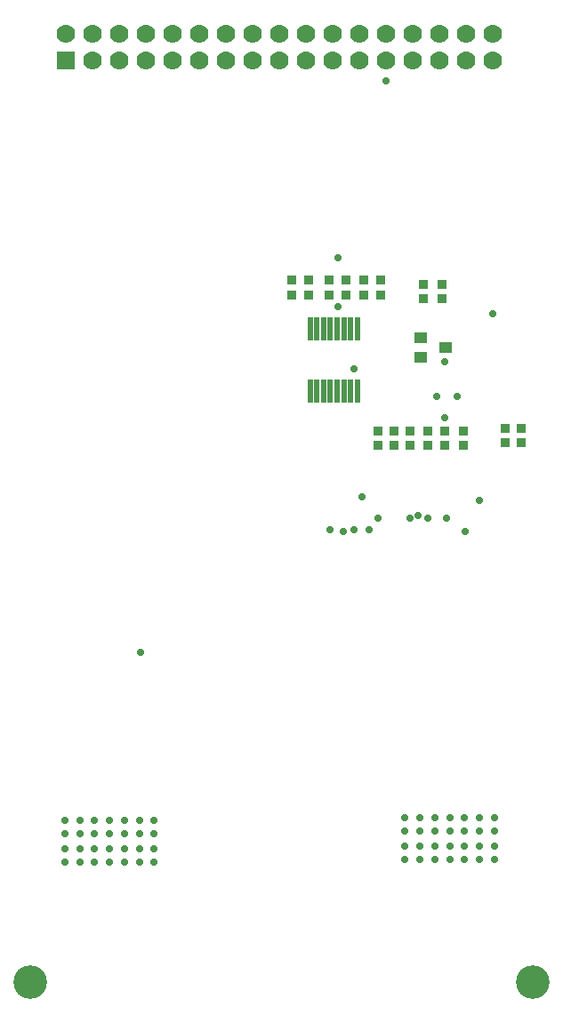
<source format=gbs>
G04 Layer_Color=16711935*
%FSLAX25Y25*%
%MOIN*%
G70*
G01*
G75*
%ADD28C,0.12611*%
%ADD29C,0.07000*%
%ADD30R,0.07000X0.07000*%
%ADD31C,0.02768*%
%ADD32R,0.01981X0.08674*%
%ADD33R,0.01981X0.08674*%
%ADD34R,0.03800X0.03800*%
%ADD35R,0.04540X0.04343*%
%ADD36R,0.04540X0.04343*%
D28*
X-201484Y10079D02*
D03*
X-12992D02*
D03*
D29*
X-28228Y355748D02*
D03*
X-98228D02*
D03*
Y365748D02*
D03*
X-168228D02*
D03*
X-188228D02*
D03*
X-148228Y355748D02*
D03*
X-128228Y365748D02*
D03*
Y355748D02*
D03*
X-158228Y365748D02*
D03*
Y355748D02*
D03*
X-178228D02*
D03*
Y365748D02*
D03*
X-148228D02*
D03*
X-138228Y355748D02*
D03*
Y365748D02*
D03*
X-118228Y355748D02*
D03*
Y365748D02*
D03*
X-108228Y355748D02*
D03*
Y365748D02*
D03*
X-88228Y355748D02*
D03*
Y365748D02*
D03*
X-78228Y355748D02*
D03*
Y365748D02*
D03*
X-68228Y355748D02*
D03*
Y365748D02*
D03*
X-58228Y355748D02*
D03*
Y365748D02*
D03*
X-48228Y355748D02*
D03*
Y365748D02*
D03*
X-38228Y355748D02*
D03*
Y365748D02*
D03*
X-168228Y355748D02*
D03*
X-28228Y365748D02*
D03*
D30*
X-188228Y355748D02*
D03*
D31*
X-188500Y65500D02*
D03*
Y60000D02*
D03*
X-160583Y55000D02*
D03*
X-166167D02*
D03*
X-171750D02*
D03*
X-177333D02*
D03*
X-182917D02*
D03*
X-171750Y70500D02*
D03*
X-188500D02*
D03*
X-160583D02*
D03*
X-155000D02*
D03*
X-166167D02*
D03*
X-177333D02*
D03*
X-182917D02*
D03*
Y65500D02*
D03*
X-177333D02*
D03*
X-166167D02*
D03*
X-155000D02*
D03*
X-160583D02*
D03*
X-171750D02*
D03*
X-182917Y60000D02*
D03*
X-177333D02*
D03*
X-166167D02*
D03*
X-155000D02*
D03*
X-160583D02*
D03*
X-171750D02*
D03*
X-155000Y55000D02*
D03*
X-188500D02*
D03*
X-44250Y56000D02*
D03*
X-61000D02*
D03*
X-33083D02*
D03*
X-27500D02*
D03*
X-38667D02*
D03*
X-49833D02*
D03*
X-55417D02*
D03*
X-44250Y61000D02*
D03*
X-61000D02*
D03*
X-33083D02*
D03*
X-27500D02*
D03*
X-38667D02*
D03*
X-49833D02*
D03*
X-55417D02*
D03*
X-44250Y66500D02*
D03*
X-61000D02*
D03*
X-33083D02*
D03*
X-27500D02*
D03*
X-38667D02*
D03*
X-49833D02*
D03*
X-55417D02*
D03*
Y71500D02*
D03*
X-49833D02*
D03*
X-38667D02*
D03*
X-27500D02*
D03*
X-33083D02*
D03*
X-61000D02*
D03*
X-44250D02*
D03*
X-46000Y242500D02*
D03*
Y221500D02*
D03*
X-86253Y263253D02*
D03*
X-80000Y240000D02*
D03*
X-49000Y229500D02*
D03*
X-86000Y281500D02*
D03*
X-84000Y179000D02*
D03*
X-41500Y229500D02*
D03*
X-56000Y185000D02*
D03*
X-160000Y133500D02*
D03*
X-74500Y179500D02*
D03*
X-77000Y192000D02*
D03*
X-80000Y179500D02*
D03*
X-89000D02*
D03*
X-45500Y184000D02*
D03*
X-59000D02*
D03*
X-71000D02*
D03*
X-52500D02*
D03*
X-38500Y179000D02*
D03*
X-28000Y260500D02*
D03*
X-33000Y190500D02*
D03*
X-68000Y348000D02*
D03*
D32*
X-78874Y231500D02*
D03*
D33*
X-91532D02*
D03*
X-94063D02*
D03*
X-96595D02*
D03*
X-78874Y255122D02*
D03*
X-81406D02*
D03*
X-83937D02*
D03*
X-86469D02*
D03*
X-89000D02*
D03*
X-91532D02*
D03*
X-94063D02*
D03*
X-96595D02*
D03*
X-81406Y231500D02*
D03*
X-83937D02*
D03*
X-86469D02*
D03*
X-89000D02*
D03*
D34*
X-103500Y273200D02*
D03*
X-103494Y267750D02*
D03*
X-69997Y267800D02*
D03*
X-70004Y273250D02*
D03*
X-54000Y266300D02*
D03*
X-54006Y271750D02*
D03*
X-47000Y271700D02*
D03*
X-46994Y266250D02*
D03*
X-65000Y216700D02*
D03*
X-64994Y211250D02*
D03*
X-52500Y216700D02*
D03*
X-52494Y211250D02*
D03*
X-71000Y216700D02*
D03*
X-70994Y211250D02*
D03*
X-46000Y216700D02*
D03*
X-45994Y211250D02*
D03*
X-59000Y216700D02*
D03*
X-58994Y211250D02*
D03*
X-39000Y216700D02*
D03*
X-38994Y211250D02*
D03*
X-96990Y267800D02*
D03*
X-96996Y273250D02*
D03*
X-82992Y267800D02*
D03*
X-82999Y273250D02*
D03*
X-76495Y267800D02*
D03*
X-76501Y273250D02*
D03*
X-89500Y267800D02*
D03*
X-89506Y273250D02*
D03*
X-17500Y217700D02*
D03*
X-17494Y212250D02*
D03*
X-23500Y217700D02*
D03*
X-23494Y212250D02*
D03*
D35*
X-45874Y248000D02*
D03*
X-55126Y244260D02*
D03*
D36*
Y251740D02*
D03*
M02*

</source>
